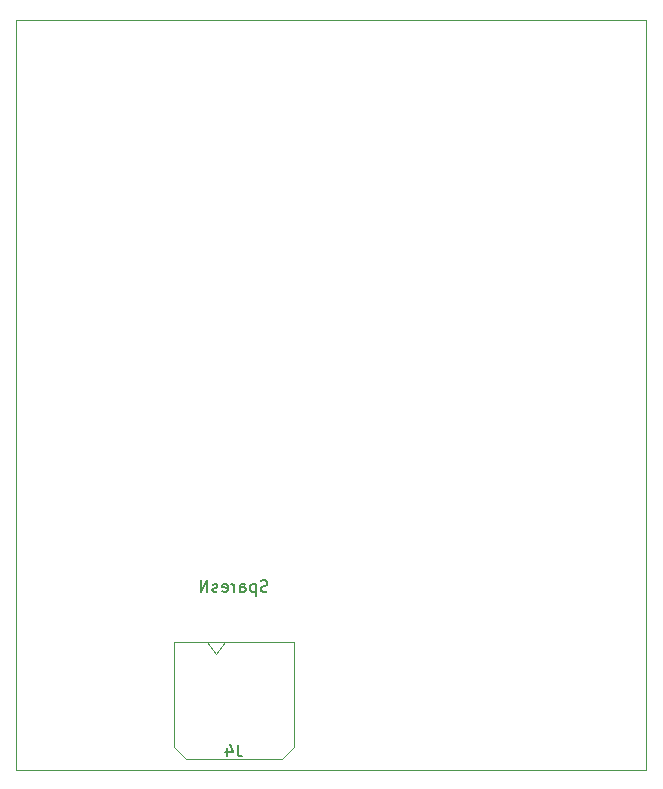
<source format=gbr>
%TF.GenerationSoftware,KiCad,Pcbnew,7.0.7*%
%TF.CreationDate,2023-10-17T22:15:13-05:00*%
%TF.ProjectId,Heater_North_DCT_HSK,48656174-6572-45f4-9e6f-7274685f4443,rev?*%
%TF.SameCoordinates,Original*%
%TF.FileFunction,AssemblyDrawing,Bot*%
%FSLAX46Y46*%
G04 Gerber Fmt 4.6, Leading zero omitted, Abs format (unit mm)*
G04 Created by KiCad (PCBNEW 7.0.7) date 2023-10-17 22:15:13*
%MOMM*%
%LPD*%
G01*
G04 APERTURE LIST*
%ADD10C,0.150000*%
%ADD11C,0.100000*%
%TA.AperFunction,Profile*%
%ADD12C,0.100000*%
%TD*%
G04 APERTURE END LIST*
D10*
X122857142Y-99207200D02*
X122714285Y-99254819D01*
X122714285Y-99254819D02*
X122476190Y-99254819D01*
X122476190Y-99254819D02*
X122380952Y-99207200D01*
X122380952Y-99207200D02*
X122333333Y-99159580D01*
X122333333Y-99159580D02*
X122285714Y-99064342D01*
X122285714Y-99064342D02*
X122285714Y-98969104D01*
X122285714Y-98969104D02*
X122333333Y-98873866D01*
X122333333Y-98873866D02*
X122380952Y-98826247D01*
X122380952Y-98826247D02*
X122476190Y-98778628D01*
X122476190Y-98778628D02*
X122666666Y-98731009D01*
X122666666Y-98731009D02*
X122761904Y-98683390D01*
X122761904Y-98683390D02*
X122809523Y-98635771D01*
X122809523Y-98635771D02*
X122857142Y-98540533D01*
X122857142Y-98540533D02*
X122857142Y-98445295D01*
X122857142Y-98445295D02*
X122809523Y-98350057D01*
X122809523Y-98350057D02*
X122761904Y-98302438D01*
X122761904Y-98302438D02*
X122666666Y-98254819D01*
X122666666Y-98254819D02*
X122428571Y-98254819D01*
X122428571Y-98254819D02*
X122285714Y-98302438D01*
X121857142Y-98588152D02*
X121857142Y-99588152D01*
X121857142Y-98635771D02*
X121761904Y-98588152D01*
X121761904Y-98588152D02*
X121571428Y-98588152D01*
X121571428Y-98588152D02*
X121476190Y-98635771D01*
X121476190Y-98635771D02*
X121428571Y-98683390D01*
X121428571Y-98683390D02*
X121380952Y-98778628D01*
X121380952Y-98778628D02*
X121380952Y-99064342D01*
X121380952Y-99064342D02*
X121428571Y-99159580D01*
X121428571Y-99159580D02*
X121476190Y-99207200D01*
X121476190Y-99207200D02*
X121571428Y-99254819D01*
X121571428Y-99254819D02*
X121761904Y-99254819D01*
X121761904Y-99254819D02*
X121857142Y-99207200D01*
X120523809Y-99254819D02*
X120523809Y-98731009D01*
X120523809Y-98731009D02*
X120571428Y-98635771D01*
X120571428Y-98635771D02*
X120666666Y-98588152D01*
X120666666Y-98588152D02*
X120857142Y-98588152D01*
X120857142Y-98588152D02*
X120952380Y-98635771D01*
X120523809Y-99207200D02*
X120619047Y-99254819D01*
X120619047Y-99254819D02*
X120857142Y-99254819D01*
X120857142Y-99254819D02*
X120952380Y-99207200D01*
X120952380Y-99207200D02*
X120999999Y-99111961D01*
X120999999Y-99111961D02*
X120999999Y-99016723D01*
X120999999Y-99016723D02*
X120952380Y-98921485D01*
X120952380Y-98921485D02*
X120857142Y-98873866D01*
X120857142Y-98873866D02*
X120619047Y-98873866D01*
X120619047Y-98873866D02*
X120523809Y-98826247D01*
X120047618Y-99254819D02*
X120047618Y-98588152D01*
X120047618Y-98778628D02*
X119999999Y-98683390D01*
X119999999Y-98683390D02*
X119952380Y-98635771D01*
X119952380Y-98635771D02*
X119857142Y-98588152D01*
X119857142Y-98588152D02*
X119761904Y-98588152D01*
X119047618Y-99207200D02*
X119142856Y-99254819D01*
X119142856Y-99254819D02*
X119333332Y-99254819D01*
X119333332Y-99254819D02*
X119428570Y-99207200D01*
X119428570Y-99207200D02*
X119476189Y-99111961D01*
X119476189Y-99111961D02*
X119476189Y-98731009D01*
X119476189Y-98731009D02*
X119428570Y-98635771D01*
X119428570Y-98635771D02*
X119333332Y-98588152D01*
X119333332Y-98588152D02*
X119142856Y-98588152D01*
X119142856Y-98588152D02*
X119047618Y-98635771D01*
X119047618Y-98635771D02*
X118999999Y-98731009D01*
X118999999Y-98731009D02*
X118999999Y-98826247D01*
X118999999Y-98826247D02*
X119476189Y-98921485D01*
X118619046Y-99207200D02*
X118523808Y-99254819D01*
X118523808Y-99254819D02*
X118333332Y-99254819D01*
X118333332Y-99254819D02*
X118238094Y-99207200D01*
X118238094Y-99207200D02*
X118190475Y-99111961D01*
X118190475Y-99111961D02*
X118190475Y-99064342D01*
X118190475Y-99064342D02*
X118238094Y-98969104D01*
X118238094Y-98969104D02*
X118333332Y-98921485D01*
X118333332Y-98921485D02*
X118476189Y-98921485D01*
X118476189Y-98921485D02*
X118571427Y-98873866D01*
X118571427Y-98873866D02*
X118619046Y-98778628D01*
X118619046Y-98778628D02*
X118619046Y-98731009D01*
X118619046Y-98731009D02*
X118571427Y-98635771D01*
X118571427Y-98635771D02*
X118476189Y-98588152D01*
X118476189Y-98588152D02*
X118333332Y-98588152D01*
X118333332Y-98588152D02*
X118238094Y-98635771D01*
X117761903Y-99254819D02*
X117761903Y-98254819D01*
X117761903Y-98254819D02*
X117190475Y-99254819D01*
X117190475Y-99254819D02*
X117190475Y-98254819D01*
X120333333Y-112174819D02*
X120333333Y-112889104D01*
X120333333Y-112889104D02*
X120380952Y-113031961D01*
X120380952Y-113031961D02*
X120476190Y-113127200D01*
X120476190Y-113127200D02*
X120619047Y-113174819D01*
X120619047Y-113174819D02*
X120714285Y-113174819D01*
X119428571Y-112508152D02*
X119428571Y-113174819D01*
X119666666Y-112127200D02*
X119904761Y-112841485D01*
X119904761Y-112841485D02*
X119285714Y-112841485D01*
D11*
%TO.C,J4*%
X114925000Y-103510000D02*
X114925000Y-112420000D01*
X114925000Y-112420000D02*
X115925000Y-113420000D01*
X115925000Y-113420000D02*
X124075000Y-113420000D01*
X117750000Y-103510000D02*
X118500000Y-104500000D01*
X118500000Y-104500000D02*
X119250000Y-103510000D01*
X124075000Y-113420000D02*
X125075000Y-112420000D01*
X125075000Y-103510000D02*
X114925000Y-103510000D01*
X125075000Y-112420000D02*
X125075000Y-103510000D01*
%TD*%
D12*
X101600000Y-50800000D02*
X154940000Y-50800000D01*
X154940000Y-114300000D01*
X101600000Y-114300000D01*
X101600000Y-50800000D01*
M02*

</source>
